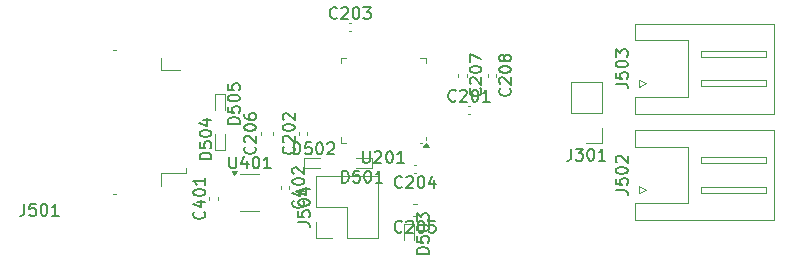
<source format=gbr>
%TF.GenerationSoftware,KiCad,Pcbnew,8.0.3*%
%TF.CreationDate,2024-07-05T22:26:41-07:00*%
%TF.ProjectId,can-opener,63616e2d-6f70-4656-9e65-722e6b696361,rev?*%
%TF.SameCoordinates,Original*%
%TF.FileFunction,Legend,Top*%
%TF.FilePolarity,Positive*%
%FSLAX46Y46*%
G04 Gerber Fmt 4.6, Leading zero omitted, Abs format (unit mm)*
G04 Created by KiCad (PCBNEW 8.0.3) date 2024-07-05 22:26:41*
%MOMM*%
%LPD*%
G01*
G04 APERTURE LIST*
%ADD10C,0.150000*%
%ADD11C,0.120000*%
G04 APERTURE END LIST*
D10*
X103154819Y-88690475D02*
X102154819Y-88690475D01*
X102154819Y-88690475D02*
X102154819Y-88452380D01*
X102154819Y-88452380D02*
X102202438Y-88309523D01*
X102202438Y-88309523D02*
X102297676Y-88214285D01*
X102297676Y-88214285D02*
X102392914Y-88166666D01*
X102392914Y-88166666D02*
X102583390Y-88119047D01*
X102583390Y-88119047D02*
X102726247Y-88119047D01*
X102726247Y-88119047D02*
X102916723Y-88166666D01*
X102916723Y-88166666D02*
X103011961Y-88214285D01*
X103011961Y-88214285D02*
X103107200Y-88309523D01*
X103107200Y-88309523D02*
X103154819Y-88452380D01*
X103154819Y-88452380D02*
X103154819Y-88690475D01*
X102154819Y-87214285D02*
X102154819Y-87690475D01*
X102154819Y-87690475D02*
X102631009Y-87738094D01*
X102631009Y-87738094D02*
X102583390Y-87690475D01*
X102583390Y-87690475D02*
X102535771Y-87595237D01*
X102535771Y-87595237D02*
X102535771Y-87357142D01*
X102535771Y-87357142D02*
X102583390Y-87261904D01*
X102583390Y-87261904D02*
X102631009Y-87214285D01*
X102631009Y-87214285D02*
X102726247Y-87166666D01*
X102726247Y-87166666D02*
X102964342Y-87166666D01*
X102964342Y-87166666D02*
X103059580Y-87214285D01*
X103059580Y-87214285D02*
X103107200Y-87261904D01*
X103107200Y-87261904D02*
X103154819Y-87357142D01*
X103154819Y-87357142D02*
X103154819Y-87595237D01*
X103154819Y-87595237D02*
X103107200Y-87690475D01*
X103107200Y-87690475D02*
X103059580Y-87738094D01*
X102154819Y-86547618D02*
X102154819Y-86452380D01*
X102154819Y-86452380D02*
X102202438Y-86357142D01*
X102202438Y-86357142D02*
X102250057Y-86309523D01*
X102250057Y-86309523D02*
X102345295Y-86261904D01*
X102345295Y-86261904D02*
X102535771Y-86214285D01*
X102535771Y-86214285D02*
X102773866Y-86214285D01*
X102773866Y-86214285D02*
X102964342Y-86261904D01*
X102964342Y-86261904D02*
X103059580Y-86309523D01*
X103059580Y-86309523D02*
X103107200Y-86357142D01*
X103107200Y-86357142D02*
X103154819Y-86452380D01*
X103154819Y-86452380D02*
X103154819Y-86547618D01*
X103154819Y-86547618D02*
X103107200Y-86642856D01*
X103107200Y-86642856D02*
X103059580Y-86690475D01*
X103059580Y-86690475D02*
X102964342Y-86738094D01*
X102964342Y-86738094D02*
X102773866Y-86785713D01*
X102773866Y-86785713D02*
X102535771Y-86785713D01*
X102535771Y-86785713D02*
X102345295Y-86738094D01*
X102345295Y-86738094D02*
X102250057Y-86690475D01*
X102250057Y-86690475D02*
X102202438Y-86642856D01*
X102202438Y-86642856D02*
X102154819Y-86547618D01*
X102154819Y-85309523D02*
X102154819Y-85785713D01*
X102154819Y-85785713D02*
X102631009Y-85833332D01*
X102631009Y-85833332D02*
X102583390Y-85785713D01*
X102583390Y-85785713D02*
X102535771Y-85690475D01*
X102535771Y-85690475D02*
X102535771Y-85452380D01*
X102535771Y-85452380D02*
X102583390Y-85357142D01*
X102583390Y-85357142D02*
X102631009Y-85309523D01*
X102631009Y-85309523D02*
X102726247Y-85261904D01*
X102726247Y-85261904D02*
X102964342Y-85261904D01*
X102964342Y-85261904D02*
X103059580Y-85309523D01*
X103059580Y-85309523D02*
X103107200Y-85357142D01*
X103107200Y-85357142D02*
X103154819Y-85452380D01*
X103154819Y-85452380D02*
X103154819Y-85690475D01*
X103154819Y-85690475D02*
X103107200Y-85785713D01*
X103107200Y-85785713D02*
X103059580Y-85833332D01*
X100754819Y-91690475D02*
X99754819Y-91690475D01*
X99754819Y-91690475D02*
X99754819Y-91452380D01*
X99754819Y-91452380D02*
X99802438Y-91309523D01*
X99802438Y-91309523D02*
X99897676Y-91214285D01*
X99897676Y-91214285D02*
X99992914Y-91166666D01*
X99992914Y-91166666D02*
X100183390Y-91119047D01*
X100183390Y-91119047D02*
X100326247Y-91119047D01*
X100326247Y-91119047D02*
X100516723Y-91166666D01*
X100516723Y-91166666D02*
X100611961Y-91214285D01*
X100611961Y-91214285D02*
X100707200Y-91309523D01*
X100707200Y-91309523D02*
X100754819Y-91452380D01*
X100754819Y-91452380D02*
X100754819Y-91690475D01*
X99754819Y-90214285D02*
X99754819Y-90690475D01*
X99754819Y-90690475D02*
X100231009Y-90738094D01*
X100231009Y-90738094D02*
X100183390Y-90690475D01*
X100183390Y-90690475D02*
X100135771Y-90595237D01*
X100135771Y-90595237D02*
X100135771Y-90357142D01*
X100135771Y-90357142D02*
X100183390Y-90261904D01*
X100183390Y-90261904D02*
X100231009Y-90214285D01*
X100231009Y-90214285D02*
X100326247Y-90166666D01*
X100326247Y-90166666D02*
X100564342Y-90166666D01*
X100564342Y-90166666D02*
X100659580Y-90214285D01*
X100659580Y-90214285D02*
X100707200Y-90261904D01*
X100707200Y-90261904D02*
X100754819Y-90357142D01*
X100754819Y-90357142D02*
X100754819Y-90595237D01*
X100754819Y-90595237D02*
X100707200Y-90690475D01*
X100707200Y-90690475D02*
X100659580Y-90738094D01*
X99754819Y-89547618D02*
X99754819Y-89452380D01*
X99754819Y-89452380D02*
X99802438Y-89357142D01*
X99802438Y-89357142D02*
X99850057Y-89309523D01*
X99850057Y-89309523D02*
X99945295Y-89261904D01*
X99945295Y-89261904D02*
X100135771Y-89214285D01*
X100135771Y-89214285D02*
X100373866Y-89214285D01*
X100373866Y-89214285D02*
X100564342Y-89261904D01*
X100564342Y-89261904D02*
X100659580Y-89309523D01*
X100659580Y-89309523D02*
X100707200Y-89357142D01*
X100707200Y-89357142D02*
X100754819Y-89452380D01*
X100754819Y-89452380D02*
X100754819Y-89547618D01*
X100754819Y-89547618D02*
X100707200Y-89642856D01*
X100707200Y-89642856D02*
X100659580Y-89690475D01*
X100659580Y-89690475D02*
X100564342Y-89738094D01*
X100564342Y-89738094D02*
X100373866Y-89785713D01*
X100373866Y-89785713D02*
X100135771Y-89785713D01*
X100135771Y-89785713D02*
X99945295Y-89738094D01*
X99945295Y-89738094D02*
X99850057Y-89690475D01*
X99850057Y-89690475D02*
X99802438Y-89642856D01*
X99802438Y-89642856D02*
X99754819Y-89547618D01*
X100088152Y-88357142D02*
X100754819Y-88357142D01*
X99707200Y-88595237D02*
X100421485Y-88833332D01*
X100421485Y-88833332D02*
X100421485Y-88214285D01*
X131214285Y-90784819D02*
X131214285Y-91499104D01*
X131214285Y-91499104D02*
X131166666Y-91641961D01*
X131166666Y-91641961D02*
X131071428Y-91737200D01*
X131071428Y-91737200D02*
X130928571Y-91784819D01*
X130928571Y-91784819D02*
X130833333Y-91784819D01*
X131595238Y-90784819D02*
X132214285Y-90784819D01*
X132214285Y-90784819D02*
X131880952Y-91165771D01*
X131880952Y-91165771D02*
X132023809Y-91165771D01*
X132023809Y-91165771D02*
X132119047Y-91213390D01*
X132119047Y-91213390D02*
X132166666Y-91261009D01*
X132166666Y-91261009D02*
X132214285Y-91356247D01*
X132214285Y-91356247D02*
X132214285Y-91594342D01*
X132214285Y-91594342D02*
X132166666Y-91689580D01*
X132166666Y-91689580D02*
X132119047Y-91737200D01*
X132119047Y-91737200D02*
X132023809Y-91784819D01*
X132023809Y-91784819D02*
X131738095Y-91784819D01*
X131738095Y-91784819D02*
X131642857Y-91737200D01*
X131642857Y-91737200D02*
X131595238Y-91689580D01*
X132833333Y-90784819D02*
X132928571Y-90784819D01*
X132928571Y-90784819D02*
X133023809Y-90832438D01*
X133023809Y-90832438D02*
X133071428Y-90880057D01*
X133071428Y-90880057D02*
X133119047Y-90975295D01*
X133119047Y-90975295D02*
X133166666Y-91165771D01*
X133166666Y-91165771D02*
X133166666Y-91403866D01*
X133166666Y-91403866D02*
X133119047Y-91594342D01*
X133119047Y-91594342D02*
X133071428Y-91689580D01*
X133071428Y-91689580D02*
X133023809Y-91737200D01*
X133023809Y-91737200D02*
X132928571Y-91784819D01*
X132928571Y-91784819D02*
X132833333Y-91784819D01*
X132833333Y-91784819D02*
X132738095Y-91737200D01*
X132738095Y-91737200D02*
X132690476Y-91689580D01*
X132690476Y-91689580D02*
X132642857Y-91594342D01*
X132642857Y-91594342D02*
X132595238Y-91403866D01*
X132595238Y-91403866D02*
X132595238Y-91165771D01*
X132595238Y-91165771D02*
X132642857Y-90975295D01*
X132642857Y-90975295D02*
X132690476Y-90880057D01*
X132690476Y-90880057D02*
X132738095Y-90832438D01*
X132738095Y-90832438D02*
X132833333Y-90784819D01*
X134119047Y-91784819D02*
X133547619Y-91784819D01*
X133833333Y-91784819D02*
X133833333Y-90784819D01*
X133833333Y-90784819D02*
X133738095Y-90927676D01*
X133738095Y-90927676D02*
X133642857Y-91022914D01*
X133642857Y-91022914D02*
X133547619Y-91070533D01*
X102285714Y-91454819D02*
X102285714Y-92264342D01*
X102285714Y-92264342D02*
X102333333Y-92359580D01*
X102333333Y-92359580D02*
X102380952Y-92407200D01*
X102380952Y-92407200D02*
X102476190Y-92454819D01*
X102476190Y-92454819D02*
X102666666Y-92454819D01*
X102666666Y-92454819D02*
X102761904Y-92407200D01*
X102761904Y-92407200D02*
X102809523Y-92359580D01*
X102809523Y-92359580D02*
X102857142Y-92264342D01*
X102857142Y-92264342D02*
X102857142Y-91454819D01*
X103761904Y-91788152D02*
X103761904Y-92454819D01*
X103523809Y-91407200D02*
X103285714Y-92121485D01*
X103285714Y-92121485D02*
X103904761Y-92121485D01*
X104476190Y-91454819D02*
X104571428Y-91454819D01*
X104571428Y-91454819D02*
X104666666Y-91502438D01*
X104666666Y-91502438D02*
X104714285Y-91550057D01*
X104714285Y-91550057D02*
X104761904Y-91645295D01*
X104761904Y-91645295D02*
X104809523Y-91835771D01*
X104809523Y-91835771D02*
X104809523Y-92073866D01*
X104809523Y-92073866D02*
X104761904Y-92264342D01*
X104761904Y-92264342D02*
X104714285Y-92359580D01*
X104714285Y-92359580D02*
X104666666Y-92407200D01*
X104666666Y-92407200D02*
X104571428Y-92454819D01*
X104571428Y-92454819D02*
X104476190Y-92454819D01*
X104476190Y-92454819D02*
X104380952Y-92407200D01*
X104380952Y-92407200D02*
X104333333Y-92359580D01*
X104333333Y-92359580D02*
X104285714Y-92264342D01*
X104285714Y-92264342D02*
X104238095Y-92073866D01*
X104238095Y-92073866D02*
X104238095Y-91835771D01*
X104238095Y-91835771D02*
X104285714Y-91645295D01*
X104285714Y-91645295D02*
X104333333Y-91550057D01*
X104333333Y-91550057D02*
X104380952Y-91502438D01*
X104380952Y-91502438D02*
X104476190Y-91454819D01*
X105761904Y-92454819D02*
X105190476Y-92454819D01*
X105476190Y-92454819D02*
X105476190Y-91454819D01*
X105476190Y-91454819D02*
X105380952Y-91597676D01*
X105380952Y-91597676D02*
X105285714Y-91692914D01*
X105285714Y-91692914D02*
X105190476Y-91740533D01*
X113585714Y-90984819D02*
X113585714Y-91794342D01*
X113585714Y-91794342D02*
X113633333Y-91889580D01*
X113633333Y-91889580D02*
X113680952Y-91937200D01*
X113680952Y-91937200D02*
X113776190Y-91984819D01*
X113776190Y-91984819D02*
X113966666Y-91984819D01*
X113966666Y-91984819D02*
X114061904Y-91937200D01*
X114061904Y-91937200D02*
X114109523Y-91889580D01*
X114109523Y-91889580D02*
X114157142Y-91794342D01*
X114157142Y-91794342D02*
X114157142Y-90984819D01*
X114585714Y-91080057D02*
X114633333Y-91032438D01*
X114633333Y-91032438D02*
X114728571Y-90984819D01*
X114728571Y-90984819D02*
X114966666Y-90984819D01*
X114966666Y-90984819D02*
X115061904Y-91032438D01*
X115061904Y-91032438D02*
X115109523Y-91080057D01*
X115109523Y-91080057D02*
X115157142Y-91175295D01*
X115157142Y-91175295D02*
X115157142Y-91270533D01*
X115157142Y-91270533D02*
X115109523Y-91413390D01*
X115109523Y-91413390D02*
X114538095Y-91984819D01*
X114538095Y-91984819D02*
X115157142Y-91984819D01*
X115776190Y-90984819D02*
X115871428Y-90984819D01*
X115871428Y-90984819D02*
X115966666Y-91032438D01*
X115966666Y-91032438D02*
X116014285Y-91080057D01*
X116014285Y-91080057D02*
X116061904Y-91175295D01*
X116061904Y-91175295D02*
X116109523Y-91365771D01*
X116109523Y-91365771D02*
X116109523Y-91603866D01*
X116109523Y-91603866D02*
X116061904Y-91794342D01*
X116061904Y-91794342D02*
X116014285Y-91889580D01*
X116014285Y-91889580D02*
X115966666Y-91937200D01*
X115966666Y-91937200D02*
X115871428Y-91984819D01*
X115871428Y-91984819D02*
X115776190Y-91984819D01*
X115776190Y-91984819D02*
X115680952Y-91937200D01*
X115680952Y-91937200D02*
X115633333Y-91889580D01*
X115633333Y-91889580D02*
X115585714Y-91794342D01*
X115585714Y-91794342D02*
X115538095Y-91603866D01*
X115538095Y-91603866D02*
X115538095Y-91365771D01*
X115538095Y-91365771D02*
X115585714Y-91175295D01*
X115585714Y-91175295D02*
X115633333Y-91080057D01*
X115633333Y-91080057D02*
X115680952Y-91032438D01*
X115680952Y-91032438D02*
X115776190Y-90984819D01*
X117061904Y-91984819D02*
X116490476Y-91984819D01*
X116776190Y-91984819D02*
X116776190Y-90984819D01*
X116776190Y-90984819D02*
X116680952Y-91127676D01*
X116680952Y-91127676D02*
X116585714Y-91222914D01*
X116585714Y-91222914D02*
X116490476Y-91270533D01*
X108084819Y-97015714D02*
X108799104Y-97015714D01*
X108799104Y-97015714D02*
X108941961Y-97063333D01*
X108941961Y-97063333D02*
X109037200Y-97158571D01*
X109037200Y-97158571D02*
X109084819Y-97301428D01*
X109084819Y-97301428D02*
X109084819Y-97396666D01*
X108084819Y-96063333D02*
X108084819Y-96539523D01*
X108084819Y-96539523D02*
X108561009Y-96587142D01*
X108561009Y-96587142D02*
X108513390Y-96539523D01*
X108513390Y-96539523D02*
X108465771Y-96444285D01*
X108465771Y-96444285D02*
X108465771Y-96206190D01*
X108465771Y-96206190D02*
X108513390Y-96110952D01*
X108513390Y-96110952D02*
X108561009Y-96063333D01*
X108561009Y-96063333D02*
X108656247Y-96015714D01*
X108656247Y-96015714D02*
X108894342Y-96015714D01*
X108894342Y-96015714D02*
X108989580Y-96063333D01*
X108989580Y-96063333D02*
X109037200Y-96110952D01*
X109037200Y-96110952D02*
X109084819Y-96206190D01*
X109084819Y-96206190D02*
X109084819Y-96444285D01*
X109084819Y-96444285D02*
X109037200Y-96539523D01*
X109037200Y-96539523D02*
X108989580Y-96587142D01*
X108084819Y-95396666D02*
X108084819Y-95301428D01*
X108084819Y-95301428D02*
X108132438Y-95206190D01*
X108132438Y-95206190D02*
X108180057Y-95158571D01*
X108180057Y-95158571D02*
X108275295Y-95110952D01*
X108275295Y-95110952D02*
X108465771Y-95063333D01*
X108465771Y-95063333D02*
X108703866Y-95063333D01*
X108703866Y-95063333D02*
X108894342Y-95110952D01*
X108894342Y-95110952D02*
X108989580Y-95158571D01*
X108989580Y-95158571D02*
X109037200Y-95206190D01*
X109037200Y-95206190D02*
X109084819Y-95301428D01*
X109084819Y-95301428D02*
X109084819Y-95396666D01*
X109084819Y-95396666D02*
X109037200Y-95491904D01*
X109037200Y-95491904D02*
X108989580Y-95539523D01*
X108989580Y-95539523D02*
X108894342Y-95587142D01*
X108894342Y-95587142D02*
X108703866Y-95634761D01*
X108703866Y-95634761D02*
X108465771Y-95634761D01*
X108465771Y-95634761D02*
X108275295Y-95587142D01*
X108275295Y-95587142D02*
X108180057Y-95539523D01*
X108180057Y-95539523D02*
X108132438Y-95491904D01*
X108132438Y-95491904D02*
X108084819Y-95396666D01*
X108418152Y-94206190D02*
X109084819Y-94206190D01*
X108037200Y-94444285D02*
X108751485Y-94682380D01*
X108751485Y-94682380D02*
X108751485Y-94063333D01*
X135004819Y-85285714D02*
X135719104Y-85285714D01*
X135719104Y-85285714D02*
X135861961Y-85333333D01*
X135861961Y-85333333D02*
X135957200Y-85428571D01*
X135957200Y-85428571D02*
X136004819Y-85571428D01*
X136004819Y-85571428D02*
X136004819Y-85666666D01*
X135004819Y-84333333D02*
X135004819Y-84809523D01*
X135004819Y-84809523D02*
X135481009Y-84857142D01*
X135481009Y-84857142D02*
X135433390Y-84809523D01*
X135433390Y-84809523D02*
X135385771Y-84714285D01*
X135385771Y-84714285D02*
X135385771Y-84476190D01*
X135385771Y-84476190D02*
X135433390Y-84380952D01*
X135433390Y-84380952D02*
X135481009Y-84333333D01*
X135481009Y-84333333D02*
X135576247Y-84285714D01*
X135576247Y-84285714D02*
X135814342Y-84285714D01*
X135814342Y-84285714D02*
X135909580Y-84333333D01*
X135909580Y-84333333D02*
X135957200Y-84380952D01*
X135957200Y-84380952D02*
X136004819Y-84476190D01*
X136004819Y-84476190D02*
X136004819Y-84714285D01*
X136004819Y-84714285D02*
X135957200Y-84809523D01*
X135957200Y-84809523D02*
X135909580Y-84857142D01*
X135004819Y-83666666D02*
X135004819Y-83571428D01*
X135004819Y-83571428D02*
X135052438Y-83476190D01*
X135052438Y-83476190D02*
X135100057Y-83428571D01*
X135100057Y-83428571D02*
X135195295Y-83380952D01*
X135195295Y-83380952D02*
X135385771Y-83333333D01*
X135385771Y-83333333D02*
X135623866Y-83333333D01*
X135623866Y-83333333D02*
X135814342Y-83380952D01*
X135814342Y-83380952D02*
X135909580Y-83428571D01*
X135909580Y-83428571D02*
X135957200Y-83476190D01*
X135957200Y-83476190D02*
X136004819Y-83571428D01*
X136004819Y-83571428D02*
X136004819Y-83666666D01*
X136004819Y-83666666D02*
X135957200Y-83761904D01*
X135957200Y-83761904D02*
X135909580Y-83809523D01*
X135909580Y-83809523D02*
X135814342Y-83857142D01*
X135814342Y-83857142D02*
X135623866Y-83904761D01*
X135623866Y-83904761D02*
X135385771Y-83904761D01*
X135385771Y-83904761D02*
X135195295Y-83857142D01*
X135195295Y-83857142D02*
X135100057Y-83809523D01*
X135100057Y-83809523D02*
X135052438Y-83761904D01*
X135052438Y-83761904D02*
X135004819Y-83666666D01*
X135004819Y-82999999D02*
X135004819Y-82380952D01*
X135004819Y-82380952D02*
X135385771Y-82714285D01*
X135385771Y-82714285D02*
X135385771Y-82571428D01*
X135385771Y-82571428D02*
X135433390Y-82476190D01*
X135433390Y-82476190D02*
X135481009Y-82428571D01*
X135481009Y-82428571D02*
X135576247Y-82380952D01*
X135576247Y-82380952D02*
X135814342Y-82380952D01*
X135814342Y-82380952D02*
X135909580Y-82428571D01*
X135909580Y-82428571D02*
X135957200Y-82476190D01*
X135957200Y-82476190D02*
X136004819Y-82571428D01*
X136004819Y-82571428D02*
X136004819Y-82857142D01*
X136004819Y-82857142D02*
X135957200Y-82952380D01*
X135957200Y-82952380D02*
X135909580Y-82999999D01*
X135004819Y-94285714D02*
X135719104Y-94285714D01*
X135719104Y-94285714D02*
X135861961Y-94333333D01*
X135861961Y-94333333D02*
X135957200Y-94428571D01*
X135957200Y-94428571D02*
X136004819Y-94571428D01*
X136004819Y-94571428D02*
X136004819Y-94666666D01*
X135004819Y-93333333D02*
X135004819Y-93809523D01*
X135004819Y-93809523D02*
X135481009Y-93857142D01*
X135481009Y-93857142D02*
X135433390Y-93809523D01*
X135433390Y-93809523D02*
X135385771Y-93714285D01*
X135385771Y-93714285D02*
X135385771Y-93476190D01*
X135385771Y-93476190D02*
X135433390Y-93380952D01*
X135433390Y-93380952D02*
X135481009Y-93333333D01*
X135481009Y-93333333D02*
X135576247Y-93285714D01*
X135576247Y-93285714D02*
X135814342Y-93285714D01*
X135814342Y-93285714D02*
X135909580Y-93333333D01*
X135909580Y-93333333D02*
X135957200Y-93380952D01*
X135957200Y-93380952D02*
X136004819Y-93476190D01*
X136004819Y-93476190D02*
X136004819Y-93714285D01*
X136004819Y-93714285D02*
X135957200Y-93809523D01*
X135957200Y-93809523D02*
X135909580Y-93857142D01*
X135004819Y-92666666D02*
X135004819Y-92571428D01*
X135004819Y-92571428D02*
X135052438Y-92476190D01*
X135052438Y-92476190D02*
X135100057Y-92428571D01*
X135100057Y-92428571D02*
X135195295Y-92380952D01*
X135195295Y-92380952D02*
X135385771Y-92333333D01*
X135385771Y-92333333D02*
X135623866Y-92333333D01*
X135623866Y-92333333D02*
X135814342Y-92380952D01*
X135814342Y-92380952D02*
X135909580Y-92428571D01*
X135909580Y-92428571D02*
X135957200Y-92476190D01*
X135957200Y-92476190D02*
X136004819Y-92571428D01*
X136004819Y-92571428D02*
X136004819Y-92666666D01*
X136004819Y-92666666D02*
X135957200Y-92761904D01*
X135957200Y-92761904D02*
X135909580Y-92809523D01*
X135909580Y-92809523D02*
X135814342Y-92857142D01*
X135814342Y-92857142D02*
X135623866Y-92904761D01*
X135623866Y-92904761D02*
X135385771Y-92904761D01*
X135385771Y-92904761D02*
X135195295Y-92857142D01*
X135195295Y-92857142D02*
X135100057Y-92809523D01*
X135100057Y-92809523D02*
X135052438Y-92761904D01*
X135052438Y-92761904D02*
X135004819Y-92666666D01*
X135100057Y-91952380D02*
X135052438Y-91904761D01*
X135052438Y-91904761D02*
X135004819Y-91809523D01*
X135004819Y-91809523D02*
X135004819Y-91571428D01*
X135004819Y-91571428D02*
X135052438Y-91476190D01*
X135052438Y-91476190D02*
X135100057Y-91428571D01*
X135100057Y-91428571D02*
X135195295Y-91380952D01*
X135195295Y-91380952D02*
X135290533Y-91380952D01*
X135290533Y-91380952D02*
X135433390Y-91428571D01*
X135433390Y-91428571D02*
X136004819Y-91999999D01*
X136004819Y-91999999D02*
X136004819Y-91380952D01*
X84914285Y-95454819D02*
X84914285Y-96169104D01*
X84914285Y-96169104D02*
X84866666Y-96311961D01*
X84866666Y-96311961D02*
X84771428Y-96407200D01*
X84771428Y-96407200D02*
X84628571Y-96454819D01*
X84628571Y-96454819D02*
X84533333Y-96454819D01*
X85866666Y-95454819D02*
X85390476Y-95454819D01*
X85390476Y-95454819D02*
X85342857Y-95931009D01*
X85342857Y-95931009D02*
X85390476Y-95883390D01*
X85390476Y-95883390D02*
X85485714Y-95835771D01*
X85485714Y-95835771D02*
X85723809Y-95835771D01*
X85723809Y-95835771D02*
X85819047Y-95883390D01*
X85819047Y-95883390D02*
X85866666Y-95931009D01*
X85866666Y-95931009D02*
X85914285Y-96026247D01*
X85914285Y-96026247D02*
X85914285Y-96264342D01*
X85914285Y-96264342D02*
X85866666Y-96359580D01*
X85866666Y-96359580D02*
X85819047Y-96407200D01*
X85819047Y-96407200D02*
X85723809Y-96454819D01*
X85723809Y-96454819D02*
X85485714Y-96454819D01*
X85485714Y-96454819D02*
X85390476Y-96407200D01*
X85390476Y-96407200D02*
X85342857Y-96359580D01*
X86533333Y-95454819D02*
X86628571Y-95454819D01*
X86628571Y-95454819D02*
X86723809Y-95502438D01*
X86723809Y-95502438D02*
X86771428Y-95550057D01*
X86771428Y-95550057D02*
X86819047Y-95645295D01*
X86819047Y-95645295D02*
X86866666Y-95835771D01*
X86866666Y-95835771D02*
X86866666Y-96073866D01*
X86866666Y-96073866D02*
X86819047Y-96264342D01*
X86819047Y-96264342D02*
X86771428Y-96359580D01*
X86771428Y-96359580D02*
X86723809Y-96407200D01*
X86723809Y-96407200D02*
X86628571Y-96454819D01*
X86628571Y-96454819D02*
X86533333Y-96454819D01*
X86533333Y-96454819D02*
X86438095Y-96407200D01*
X86438095Y-96407200D02*
X86390476Y-96359580D01*
X86390476Y-96359580D02*
X86342857Y-96264342D01*
X86342857Y-96264342D02*
X86295238Y-96073866D01*
X86295238Y-96073866D02*
X86295238Y-95835771D01*
X86295238Y-95835771D02*
X86342857Y-95645295D01*
X86342857Y-95645295D02*
X86390476Y-95550057D01*
X86390476Y-95550057D02*
X86438095Y-95502438D01*
X86438095Y-95502438D02*
X86533333Y-95454819D01*
X87819047Y-96454819D02*
X87247619Y-96454819D01*
X87533333Y-96454819D02*
X87533333Y-95454819D01*
X87533333Y-95454819D02*
X87438095Y-95597676D01*
X87438095Y-95597676D02*
X87342857Y-95692914D01*
X87342857Y-95692914D02*
X87247619Y-95740533D01*
X119154819Y-99690475D02*
X118154819Y-99690475D01*
X118154819Y-99690475D02*
X118154819Y-99452380D01*
X118154819Y-99452380D02*
X118202438Y-99309523D01*
X118202438Y-99309523D02*
X118297676Y-99214285D01*
X118297676Y-99214285D02*
X118392914Y-99166666D01*
X118392914Y-99166666D02*
X118583390Y-99119047D01*
X118583390Y-99119047D02*
X118726247Y-99119047D01*
X118726247Y-99119047D02*
X118916723Y-99166666D01*
X118916723Y-99166666D02*
X119011961Y-99214285D01*
X119011961Y-99214285D02*
X119107200Y-99309523D01*
X119107200Y-99309523D02*
X119154819Y-99452380D01*
X119154819Y-99452380D02*
X119154819Y-99690475D01*
X118154819Y-98214285D02*
X118154819Y-98690475D01*
X118154819Y-98690475D02*
X118631009Y-98738094D01*
X118631009Y-98738094D02*
X118583390Y-98690475D01*
X118583390Y-98690475D02*
X118535771Y-98595237D01*
X118535771Y-98595237D02*
X118535771Y-98357142D01*
X118535771Y-98357142D02*
X118583390Y-98261904D01*
X118583390Y-98261904D02*
X118631009Y-98214285D01*
X118631009Y-98214285D02*
X118726247Y-98166666D01*
X118726247Y-98166666D02*
X118964342Y-98166666D01*
X118964342Y-98166666D02*
X119059580Y-98214285D01*
X119059580Y-98214285D02*
X119107200Y-98261904D01*
X119107200Y-98261904D02*
X119154819Y-98357142D01*
X119154819Y-98357142D02*
X119154819Y-98595237D01*
X119154819Y-98595237D02*
X119107200Y-98690475D01*
X119107200Y-98690475D02*
X119059580Y-98738094D01*
X118154819Y-97547618D02*
X118154819Y-97452380D01*
X118154819Y-97452380D02*
X118202438Y-97357142D01*
X118202438Y-97357142D02*
X118250057Y-97309523D01*
X118250057Y-97309523D02*
X118345295Y-97261904D01*
X118345295Y-97261904D02*
X118535771Y-97214285D01*
X118535771Y-97214285D02*
X118773866Y-97214285D01*
X118773866Y-97214285D02*
X118964342Y-97261904D01*
X118964342Y-97261904D02*
X119059580Y-97309523D01*
X119059580Y-97309523D02*
X119107200Y-97357142D01*
X119107200Y-97357142D02*
X119154819Y-97452380D01*
X119154819Y-97452380D02*
X119154819Y-97547618D01*
X119154819Y-97547618D02*
X119107200Y-97642856D01*
X119107200Y-97642856D02*
X119059580Y-97690475D01*
X119059580Y-97690475D02*
X118964342Y-97738094D01*
X118964342Y-97738094D02*
X118773866Y-97785713D01*
X118773866Y-97785713D02*
X118535771Y-97785713D01*
X118535771Y-97785713D02*
X118345295Y-97738094D01*
X118345295Y-97738094D02*
X118250057Y-97690475D01*
X118250057Y-97690475D02*
X118202438Y-97642856D01*
X118202438Y-97642856D02*
X118154819Y-97547618D01*
X118154819Y-96880951D02*
X118154819Y-96261904D01*
X118154819Y-96261904D02*
X118535771Y-96595237D01*
X118535771Y-96595237D02*
X118535771Y-96452380D01*
X118535771Y-96452380D02*
X118583390Y-96357142D01*
X118583390Y-96357142D02*
X118631009Y-96309523D01*
X118631009Y-96309523D02*
X118726247Y-96261904D01*
X118726247Y-96261904D02*
X118964342Y-96261904D01*
X118964342Y-96261904D02*
X119059580Y-96309523D01*
X119059580Y-96309523D02*
X119107200Y-96357142D01*
X119107200Y-96357142D02*
X119154819Y-96452380D01*
X119154819Y-96452380D02*
X119154819Y-96738094D01*
X119154819Y-96738094D02*
X119107200Y-96833332D01*
X119107200Y-96833332D02*
X119059580Y-96880951D01*
X107729524Y-91254819D02*
X107729524Y-90254819D01*
X107729524Y-90254819D02*
X107967619Y-90254819D01*
X107967619Y-90254819D02*
X108110476Y-90302438D01*
X108110476Y-90302438D02*
X108205714Y-90397676D01*
X108205714Y-90397676D02*
X108253333Y-90492914D01*
X108253333Y-90492914D02*
X108300952Y-90683390D01*
X108300952Y-90683390D02*
X108300952Y-90826247D01*
X108300952Y-90826247D02*
X108253333Y-91016723D01*
X108253333Y-91016723D02*
X108205714Y-91111961D01*
X108205714Y-91111961D02*
X108110476Y-91207200D01*
X108110476Y-91207200D02*
X107967619Y-91254819D01*
X107967619Y-91254819D02*
X107729524Y-91254819D01*
X109205714Y-90254819D02*
X108729524Y-90254819D01*
X108729524Y-90254819D02*
X108681905Y-90731009D01*
X108681905Y-90731009D02*
X108729524Y-90683390D01*
X108729524Y-90683390D02*
X108824762Y-90635771D01*
X108824762Y-90635771D02*
X109062857Y-90635771D01*
X109062857Y-90635771D02*
X109158095Y-90683390D01*
X109158095Y-90683390D02*
X109205714Y-90731009D01*
X109205714Y-90731009D02*
X109253333Y-90826247D01*
X109253333Y-90826247D02*
X109253333Y-91064342D01*
X109253333Y-91064342D02*
X109205714Y-91159580D01*
X109205714Y-91159580D02*
X109158095Y-91207200D01*
X109158095Y-91207200D02*
X109062857Y-91254819D01*
X109062857Y-91254819D02*
X108824762Y-91254819D01*
X108824762Y-91254819D02*
X108729524Y-91207200D01*
X108729524Y-91207200D02*
X108681905Y-91159580D01*
X109872381Y-90254819D02*
X109967619Y-90254819D01*
X109967619Y-90254819D02*
X110062857Y-90302438D01*
X110062857Y-90302438D02*
X110110476Y-90350057D01*
X110110476Y-90350057D02*
X110158095Y-90445295D01*
X110158095Y-90445295D02*
X110205714Y-90635771D01*
X110205714Y-90635771D02*
X110205714Y-90873866D01*
X110205714Y-90873866D02*
X110158095Y-91064342D01*
X110158095Y-91064342D02*
X110110476Y-91159580D01*
X110110476Y-91159580D02*
X110062857Y-91207200D01*
X110062857Y-91207200D02*
X109967619Y-91254819D01*
X109967619Y-91254819D02*
X109872381Y-91254819D01*
X109872381Y-91254819D02*
X109777143Y-91207200D01*
X109777143Y-91207200D02*
X109729524Y-91159580D01*
X109729524Y-91159580D02*
X109681905Y-91064342D01*
X109681905Y-91064342D02*
X109634286Y-90873866D01*
X109634286Y-90873866D02*
X109634286Y-90635771D01*
X109634286Y-90635771D02*
X109681905Y-90445295D01*
X109681905Y-90445295D02*
X109729524Y-90350057D01*
X109729524Y-90350057D02*
X109777143Y-90302438D01*
X109777143Y-90302438D02*
X109872381Y-90254819D01*
X110586667Y-90350057D02*
X110634286Y-90302438D01*
X110634286Y-90302438D02*
X110729524Y-90254819D01*
X110729524Y-90254819D02*
X110967619Y-90254819D01*
X110967619Y-90254819D02*
X111062857Y-90302438D01*
X111062857Y-90302438D02*
X111110476Y-90350057D01*
X111110476Y-90350057D02*
X111158095Y-90445295D01*
X111158095Y-90445295D02*
X111158095Y-90540533D01*
X111158095Y-90540533D02*
X111110476Y-90683390D01*
X111110476Y-90683390D02*
X110539048Y-91254819D01*
X110539048Y-91254819D02*
X111158095Y-91254819D01*
X111809524Y-93654819D02*
X111809524Y-92654819D01*
X111809524Y-92654819D02*
X112047619Y-92654819D01*
X112047619Y-92654819D02*
X112190476Y-92702438D01*
X112190476Y-92702438D02*
X112285714Y-92797676D01*
X112285714Y-92797676D02*
X112333333Y-92892914D01*
X112333333Y-92892914D02*
X112380952Y-93083390D01*
X112380952Y-93083390D02*
X112380952Y-93226247D01*
X112380952Y-93226247D02*
X112333333Y-93416723D01*
X112333333Y-93416723D02*
X112285714Y-93511961D01*
X112285714Y-93511961D02*
X112190476Y-93607200D01*
X112190476Y-93607200D02*
X112047619Y-93654819D01*
X112047619Y-93654819D02*
X111809524Y-93654819D01*
X113285714Y-92654819D02*
X112809524Y-92654819D01*
X112809524Y-92654819D02*
X112761905Y-93131009D01*
X112761905Y-93131009D02*
X112809524Y-93083390D01*
X112809524Y-93083390D02*
X112904762Y-93035771D01*
X112904762Y-93035771D02*
X113142857Y-93035771D01*
X113142857Y-93035771D02*
X113238095Y-93083390D01*
X113238095Y-93083390D02*
X113285714Y-93131009D01*
X113285714Y-93131009D02*
X113333333Y-93226247D01*
X113333333Y-93226247D02*
X113333333Y-93464342D01*
X113333333Y-93464342D02*
X113285714Y-93559580D01*
X113285714Y-93559580D02*
X113238095Y-93607200D01*
X113238095Y-93607200D02*
X113142857Y-93654819D01*
X113142857Y-93654819D02*
X112904762Y-93654819D01*
X112904762Y-93654819D02*
X112809524Y-93607200D01*
X112809524Y-93607200D02*
X112761905Y-93559580D01*
X113952381Y-92654819D02*
X114047619Y-92654819D01*
X114047619Y-92654819D02*
X114142857Y-92702438D01*
X114142857Y-92702438D02*
X114190476Y-92750057D01*
X114190476Y-92750057D02*
X114238095Y-92845295D01*
X114238095Y-92845295D02*
X114285714Y-93035771D01*
X114285714Y-93035771D02*
X114285714Y-93273866D01*
X114285714Y-93273866D02*
X114238095Y-93464342D01*
X114238095Y-93464342D02*
X114190476Y-93559580D01*
X114190476Y-93559580D02*
X114142857Y-93607200D01*
X114142857Y-93607200D02*
X114047619Y-93654819D01*
X114047619Y-93654819D02*
X113952381Y-93654819D01*
X113952381Y-93654819D02*
X113857143Y-93607200D01*
X113857143Y-93607200D02*
X113809524Y-93559580D01*
X113809524Y-93559580D02*
X113761905Y-93464342D01*
X113761905Y-93464342D02*
X113714286Y-93273866D01*
X113714286Y-93273866D02*
X113714286Y-93035771D01*
X113714286Y-93035771D02*
X113761905Y-92845295D01*
X113761905Y-92845295D02*
X113809524Y-92750057D01*
X113809524Y-92750057D02*
X113857143Y-92702438D01*
X113857143Y-92702438D02*
X113952381Y-92654819D01*
X115238095Y-93654819D02*
X114666667Y-93654819D01*
X114952381Y-93654819D02*
X114952381Y-92654819D01*
X114952381Y-92654819D02*
X114857143Y-92797676D01*
X114857143Y-92797676D02*
X114761905Y-92892914D01*
X114761905Y-92892914D02*
X114666667Y-92940533D01*
X108519580Y-95186547D02*
X108567200Y-95234166D01*
X108567200Y-95234166D02*
X108614819Y-95377023D01*
X108614819Y-95377023D02*
X108614819Y-95472261D01*
X108614819Y-95472261D02*
X108567200Y-95615118D01*
X108567200Y-95615118D02*
X108471961Y-95710356D01*
X108471961Y-95710356D02*
X108376723Y-95757975D01*
X108376723Y-95757975D02*
X108186247Y-95805594D01*
X108186247Y-95805594D02*
X108043390Y-95805594D01*
X108043390Y-95805594D02*
X107852914Y-95757975D01*
X107852914Y-95757975D02*
X107757676Y-95710356D01*
X107757676Y-95710356D02*
X107662438Y-95615118D01*
X107662438Y-95615118D02*
X107614819Y-95472261D01*
X107614819Y-95472261D02*
X107614819Y-95377023D01*
X107614819Y-95377023D02*
X107662438Y-95234166D01*
X107662438Y-95234166D02*
X107710057Y-95186547D01*
X107948152Y-94329404D02*
X108614819Y-94329404D01*
X107567200Y-94567499D02*
X108281485Y-94805594D01*
X108281485Y-94805594D02*
X108281485Y-94186547D01*
X107614819Y-93615118D02*
X107614819Y-93519880D01*
X107614819Y-93519880D02*
X107662438Y-93424642D01*
X107662438Y-93424642D02*
X107710057Y-93377023D01*
X107710057Y-93377023D02*
X107805295Y-93329404D01*
X107805295Y-93329404D02*
X107995771Y-93281785D01*
X107995771Y-93281785D02*
X108233866Y-93281785D01*
X108233866Y-93281785D02*
X108424342Y-93329404D01*
X108424342Y-93329404D02*
X108519580Y-93377023D01*
X108519580Y-93377023D02*
X108567200Y-93424642D01*
X108567200Y-93424642D02*
X108614819Y-93519880D01*
X108614819Y-93519880D02*
X108614819Y-93615118D01*
X108614819Y-93615118D02*
X108567200Y-93710356D01*
X108567200Y-93710356D02*
X108519580Y-93757975D01*
X108519580Y-93757975D02*
X108424342Y-93805594D01*
X108424342Y-93805594D02*
X108233866Y-93853213D01*
X108233866Y-93853213D02*
X107995771Y-93853213D01*
X107995771Y-93853213D02*
X107805295Y-93805594D01*
X107805295Y-93805594D02*
X107710057Y-93757975D01*
X107710057Y-93757975D02*
X107662438Y-93710356D01*
X107662438Y-93710356D02*
X107614819Y-93615118D01*
X107710057Y-92900832D02*
X107662438Y-92853213D01*
X107662438Y-92853213D02*
X107614819Y-92757975D01*
X107614819Y-92757975D02*
X107614819Y-92519880D01*
X107614819Y-92519880D02*
X107662438Y-92424642D01*
X107662438Y-92424642D02*
X107710057Y-92377023D01*
X107710057Y-92377023D02*
X107805295Y-92329404D01*
X107805295Y-92329404D02*
X107900533Y-92329404D01*
X107900533Y-92329404D02*
X108043390Y-92377023D01*
X108043390Y-92377023D02*
X108614819Y-92948451D01*
X108614819Y-92948451D02*
X108614819Y-92329404D01*
X100132080Y-96119047D02*
X100179700Y-96166666D01*
X100179700Y-96166666D02*
X100227319Y-96309523D01*
X100227319Y-96309523D02*
X100227319Y-96404761D01*
X100227319Y-96404761D02*
X100179700Y-96547618D01*
X100179700Y-96547618D02*
X100084461Y-96642856D01*
X100084461Y-96642856D02*
X99989223Y-96690475D01*
X99989223Y-96690475D02*
X99798747Y-96738094D01*
X99798747Y-96738094D02*
X99655890Y-96738094D01*
X99655890Y-96738094D02*
X99465414Y-96690475D01*
X99465414Y-96690475D02*
X99370176Y-96642856D01*
X99370176Y-96642856D02*
X99274938Y-96547618D01*
X99274938Y-96547618D02*
X99227319Y-96404761D01*
X99227319Y-96404761D02*
X99227319Y-96309523D01*
X99227319Y-96309523D02*
X99274938Y-96166666D01*
X99274938Y-96166666D02*
X99322557Y-96119047D01*
X99560652Y-95261904D02*
X100227319Y-95261904D01*
X99179700Y-95499999D02*
X99893985Y-95738094D01*
X99893985Y-95738094D02*
X99893985Y-95119047D01*
X99227319Y-94547618D02*
X99227319Y-94452380D01*
X99227319Y-94452380D02*
X99274938Y-94357142D01*
X99274938Y-94357142D02*
X99322557Y-94309523D01*
X99322557Y-94309523D02*
X99417795Y-94261904D01*
X99417795Y-94261904D02*
X99608271Y-94214285D01*
X99608271Y-94214285D02*
X99846366Y-94214285D01*
X99846366Y-94214285D02*
X100036842Y-94261904D01*
X100036842Y-94261904D02*
X100132080Y-94309523D01*
X100132080Y-94309523D02*
X100179700Y-94357142D01*
X100179700Y-94357142D02*
X100227319Y-94452380D01*
X100227319Y-94452380D02*
X100227319Y-94547618D01*
X100227319Y-94547618D02*
X100179700Y-94642856D01*
X100179700Y-94642856D02*
X100132080Y-94690475D01*
X100132080Y-94690475D02*
X100036842Y-94738094D01*
X100036842Y-94738094D02*
X99846366Y-94785713D01*
X99846366Y-94785713D02*
X99608271Y-94785713D01*
X99608271Y-94785713D02*
X99417795Y-94738094D01*
X99417795Y-94738094D02*
X99322557Y-94690475D01*
X99322557Y-94690475D02*
X99274938Y-94642856D01*
X99274938Y-94642856D02*
X99227319Y-94547618D01*
X100227319Y-93261904D02*
X100227319Y-93833332D01*
X100227319Y-93547618D02*
X99227319Y-93547618D01*
X99227319Y-93547618D02*
X99370176Y-93642856D01*
X99370176Y-93642856D02*
X99465414Y-93738094D01*
X99465414Y-93738094D02*
X99513033Y-93833332D01*
X121448452Y-86699580D02*
X121400833Y-86747200D01*
X121400833Y-86747200D02*
X121257976Y-86794819D01*
X121257976Y-86794819D02*
X121162738Y-86794819D01*
X121162738Y-86794819D02*
X121019881Y-86747200D01*
X121019881Y-86747200D02*
X120924643Y-86651961D01*
X120924643Y-86651961D02*
X120877024Y-86556723D01*
X120877024Y-86556723D02*
X120829405Y-86366247D01*
X120829405Y-86366247D02*
X120829405Y-86223390D01*
X120829405Y-86223390D02*
X120877024Y-86032914D01*
X120877024Y-86032914D02*
X120924643Y-85937676D01*
X120924643Y-85937676D02*
X121019881Y-85842438D01*
X121019881Y-85842438D02*
X121162738Y-85794819D01*
X121162738Y-85794819D02*
X121257976Y-85794819D01*
X121257976Y-85794819D02*
X121400833Y-85842438D01*
X121400833Y-85842438D02*
X121448452Y-85890057D01*
X121829405Y-85890057D02*
X121877024Y-85842438D01*
X121877024Y-85842438D02*
X121972262Y-85794819D01*
X121972262Y-85794819D02*
X122210357Y-85794819D01*
X122210357Y-85794819D02*
X122305595Y-85842438D01*
X122305595Y-85842438D02*
X122353214Y-85890057D01*
X122353214Y-85890057D02*
X122400833Y-85985295D01*
X122400833Y-85985295D02*
X122400833Y-86080533D01*
X122400833Y-86080533D02*
X122353214Y-86223390D01*
X122353214Y-86223390D02*
X121781786Y-86794819D01*
X121781786Y-86794819D02*
X122400833Y-86794819D01*
X123019881Y-85794819D02*
X123115119Y-85794819D01*
X123115119Y-85794819D02*
X123210357Y-85842438D01*
X123210357Y-85842438D02*
X123257976Y-85890057D01*
X123257976Y-85890057D02*
X123305595Y-85985295D01*
X123305595Y-85985295D02*
X123353214Y-86175771D01*
X123353214Y-86175771D02*
X123353214Y-86413866D01*
X123353214Y-86413866D02*
X123305595Y-86604342D01*
X123305595Y-86604342D02*
X123257976Y-86699580D01*
X123257976Y-86699580D02*
X123210357Y-86747200D01*
X123210357Y-86747200D02*
X123115119Y-86794819D01*
X123115119Y-86794819D02*
X123019881Y-86794819D01*
X123019881Y-86794819D02*
X122924643Y-86747200D01*
X122924643Y-86747200D02*
X122877024Y-86699580D01*
X122877024Y-86699580D02*
X122829405Y-86604342D01*
X122829405Y-86604342D02*
X122781786Y-86413866D01*
X122781786Y-86413866D02*
X122781786Y-86175771D01*
X122781786Y-86175771D02*
X122829405Y-85985295D01*
X122829405Y-85985295D02*
X122877024Y-85890057D01*
X122877024Y-85890057D02*
X122924643Y-85842438D01*
X122924643Y-85842438D02*
X123019881Y-85794819D01*
X124305595Y-86794819D02*
X123734167Y-86794819D01*
X124019881Y-86794819D02*
X124019881Y-85794819D01*
X124019881Y-85794819D02*
X123924643Y-85937676D01*
X123924643Y-85937676D02*
X123829405Y-86032914D01*
X123829405Y-86032914D02*
X123734167Y-86080533D01*
X126019580Y-85686547D02*
X126067200Y-85734166D01*
X126067200Y-85734166D02*
X126114819Y-85877023D01*
X126114819Y-85877023D02*
X126114819Y-85972261D01*
X126114819Y-85972261D02*
X126067200Y-86115118D01*
X126067200Y-86115118D02*
X125971961Y-86210356D01*
X125971961Y-86210356D02*
X125876723Y-86257975D01*
X125876723Y-86257975D02*
X125686247Y-86305594D01*
X125686247Y-86305594D02*
X125543390Y-86305594D01*
X125543390Y-86305594D02*
X125352914Y-86257975D01*
X125352914Y-86257975D02*
X125257676Y-86210356D01*
X125257676Y-86210356D02*
X125162438Y-86115118D01*
X125162438Y-86115118D02*
X125114819Y-85972261D01*
X125114819Y-85972261D02*
X125114819Y-85877023D01*
X125114819Y-85877023D02*
X125162438Y-85734166D01*
X125162438Y-85734166D02*
X125210057Y-85686547D01*
X125210057Y-85305594D02*
X125162438Y-85257975D01*
X125162438Y-85257975D02*
X125114819Y-85162737D01*
X125114819Y-85162737D02*
X125114819Y-84924642D01*
X125114819Y-84924642D02*
X125162438Y-84829404D01*
X125162438Y-84829404D02*
X125210057Y-84781785D01*
X125210057Y-84781785D02*
X125305295Y-84734166D01*
X125305295Y-84734166D02*
X125400533Y-84734166D01*
X125400533Y-84734166D02*
X125543390Y-84781785D01*
X125543390Y-84781785D02*
X126114819Y-85353213D01*
X126114819Y-85353213D02*
X126114819Y-84734166D01*
X125114819Y-84115118D02*
X125114819Y-84019880D01*
X125114819Y-84019880D02*
X125162438Y-83924642D01*
X125162438Y-83924642D02*
X125210057Y-83877023D01*
X125210057Y-83877023D02*
X125305295Y-83829404D01*
X125305295Y-83829404D02*
X125495771Y-83781785D01*
X125495771Y-83781785D02*
X125733866Y-83781785D01*
X125733866Y-83781785D02*
X125924342Y-83829404D01*
X125924342Y-83829404D02*
X126019580Y-83877023D01*
X126019580Y-83877023D02*
X126067200Y-83924642D01*
X126067200Y-83924642D02*
X126114819Y-84019880D01*
X126114819Y-84019880D02*
X126114819Y-84115118D01*
X126114819Y-84115118D02*
X126067200Y-84210356D01*
X126067200Y-84210356D02*
X126019580Y-84257975D01*
X126019580Y-84257975D02*
X125924342Y-84305594D01*
X125924342Y-84305594D02*
X125733866Y-84353213D01*
X125733866Y-84353213D02*
X125495771Y-84353213D01*
X125495771Y-84353213D02*
X125305295Y-84305594D01*
X125305295Y-84305594D02*
X125210057Y-84257975D01*
X125210057Y-84257975D02*
X125162438Y-84210356D01*
X125162438Y-84210356D02*
X125114819Y-84115118D01*
X125543390Y-83210356D02*
X125495771Y-83305594D01*
X125495771Y-83305594D02*
X125448152Y-83353213D01*
X125448152Y-83353213D02*
X125352914Y-83400832D01*
X125352914Y-83400832D02*
X125305295Y-83400832D01*
X125305295Y-83400832D02*
X125210057Y-83353213D01*
X125210057Y-83353213D02*
X125162438Y-83305594D01*
X125162438Y-83305594D02*
X125114819Y-83210356D01*
X125114819Y-83210356D02*
X125114819Y-83019880D01*
X125114819Y-83019880D02*
X125162438Y-82924642D01*
X125162438Y-82924642D02*
X125210057Y-82877023D01*
X125210057Y-82877023D02*
X125305295Y-82829404D01*
X125305295Y-82829404D02*
X125352914Y-82829404D01*
X125352914Y-82829404D02*
X125448152Y-82877023D01*
X125448152Y-82877023D02*
X125495771Y-82924642D01*
X125495771Y-82924642D02*
X125543390Y-83019880D01*
X125543390Y-83019880D02*
X125543390Y-83210356D01*
X125543390Y-83210356D02*
X125591009Y-83305594D01*
X125591009Y-83305594D02*
X125638628Y-83353213D01*
X125638628Y-83353213D02*
X125733866Y-83400832D01*
X125733866Y-83400832D02*
X125924342Y-83400832D01*
X125924342Y-83400832D02*
X126019580Y-83353213D01*
X126019580Y-83353213D02*
X126067200Y-83305594D01*
X126067200Y-83305594D02*
X126114819Y-83210356D01*
X126114819Y-83210356D02*
X126114819Y-83019880D01*
X126114819Y-83019880D02*
X126067200Y-82924642D01*
X126067200Y-82924642D02*
X126019580Y-82877023D01*
X126019580Y-82877023D02*
X125924342Y-82829404D01*
X125924342Y-82829404D02*
X125733866Y-82829404D01*
X125733866Y-82829404D02*
X125638628Y-82877023D01*
X125638628Y-82877023D02*
X125591009Y-82924642D01*
X125591009Y-82924642D02*
X125543390Y-83019880D01*
X123519580Y-85686547D02*
X123567200Y-85734166D01*
X123567200Y-85734166D02*
X123614819Y-85877023D01*
X123614819Y-85877023D02*
X123614819Y-85972261D01*
X123614819Y-85972261D02*
X123567200Y-86115118D01*
X123567200Y-86115118D02*
X123471961Y-86210356D01*
X123471961Y-86210356D02*
X123376723Y-86257975D01*
X123376723Y-86257975D02*
X123186247Y-86305594D01*
X123186247Y-86305594D02*
X123043390Y-86305594D01*
X123043390Y-86305594D02*
X122852914Y-86257975D01*
X122852914Y-86257975D02*
X122757676Y-86210356D01*
X122757676Y-86210356D02*
X122662438Y-86115118D01*
X122662438Y-86115118D02*
X122614819Y-85972261D01*
X122614819Y-85972261D02*
X122614819Y-85877023D01*
X122614819Y-85877023D02*
X122662438Y-85734166D01*
X122662438Y-85734166D02*
X122710057Y-85686547D01*
X122710057Y-85305594D02*
X122662438Y-85257975D01*
X122662438Y-85257975D02*
X122614819Y-85162737D01*
X122614819Y-85162737D02*
X122614819Y-84924642D01*
X122614819Y-84924642D02*
X122662438Y-84829404D01*
X122662438Y-84829404D02*
X122710057Y-84781785D01*
X122710057Y-84781785D02*
X122805295Y-84734166D01*
X122805295Y-84734166D02*
X122900533Y-84734166D01*
X122900533Y-84734166D02*
X123043390Y-84781785D01*
X123043390Y-84781785D02*
X123614819Y-85353213D01*
X123614819Y-85353213D02*
X123614819Y-84734166D01*
X122614819Y-84115118D02*
X122614819Y-84019880D01*
X122614819Y-84019880D02*
X122662438Y-83924642D01*
X122662438Y-83924642D02*
X122710057Y-83877023D01*
X122710057Y-83877023D02*
X122805295Y-83829404D01*
X122805295Y-83829404D02*
X122995771Y-83781785D01*
X122995771Y-83781785D02*
X123233866Y-83781785D01*
X123233866Y-83781785D02*
X123424342Y-83829404D01*
X123424342Y-83829404D02*
X123519580Y-83877023D01*
X123519580Y-83877023D02*
X123567200Y-83924642D01*
X123567200Y-83924642D02*
X123614819Y-84019880D01*
X123614819Y-84019880D02*
X123614819Y-84115118D01*
X123614819Y-84115118D02*
X123567200Y-84210356D01*
X123567200Y-84210356D02*
X123519580Y-84257975D01*
X123519580Y-84257975D02*
X123424342Y-84305594D01*
X123424342Y-84305594D02*
X123233866Y-84353213D01*
X123233866Y-84353213D02*
X122995771Y-84353213D01*
X122995771Y-84353213D02*
X122805295Y-84305594D01*
X122805295Y-84305594D02*
X122710057Y-84257975D01*
X122710057Y-84257975D02*
X122662438Y-84210356D01*
X122662438Y-84210356D02*
X122614819Y-84115118D01*
X122614819Y-83448451D02*
X122614819Y-82781785D01*
X122614819Y-82781785D02*
X123614819Y-83210356D01*
X104429580Y-90619047D02*
X104477200Y-90666666D01*
X104477200Y-90666666D02*
X104524819Y-90809523D01*
X104524819Y-90809523D02*
X104524819Y-90904761D01*
X104524819Y-90904761D02*
X104477200Y-91047618D01*
X104477200Y-91047618D02*
X104381961Y-91142856D01*
X104381961Y-91142856D02*
X104286723Y-91190475D01*
X104286723Y-91190475D02*
X104096247Y-91238094D01*
X104096247Y-91238094D02*
X103953390Y-91238094D01*
X103953390Y-91238094D02*
X103762914Y-91190475D01*
X103762914Y-91190475D02*
X103667676Y-91142856D01*
X103667676Y-91142856D02*
X103572438Y-91047618D01*
X103572438Y-91047618D02*
X103524819Y-90904761D01*
X103524819Y-90904761D02*
X103524819Y-90809523D01*
X103524819Y-90809523D02*
X103572438Y-90666666D01*
X103572438Y-90666666D02*
X103620057Y-90619047D01*
X103620057Y-90238094D02*
X103572438Y-90190475D01*
X103572438Y-90190475D02*
X103524819Y-90095237D01*
X103524819Y-90095237D02*
X103524819Y-89857142D01*
X103524819Y-89857142D02*
X103572438Y-89761904D01*
X103572438Y-89761904D02*
X103620057Y-89714285D01*
X103620057Y-89714285D02*
X103715295Y-89666666D01*
X103715295Y-89666666D02*
X103810533Y-89666666D01*
X103810533Y-89666666D02*
X103953390Y-89714285D01*
X103953390Y-89714285D02*
X104524819Y-90285713D01*
X104524819Y-90285713D02*
X104524819Y-89666666D01*
X103524819Y-89047618D02*
X103524819Y-88952380D01*
X103524819Y-88952380D02*
X103572438Y-88857142D01*
X103572438Y-88857142D02*
X103620057Y-88809523D01*
X103620057Y-88809523D02*
X103715295Y-88761904D01*
X103715295Y-88761904D02*
X103905771Y-88714285D01*
X103905771Y-88714285D02*
X104143866Y-88714285D01*
X104143866Y-88714285D02*
X104334342Y-88761904D01*
X104334342Y-88761904D02*
X104429580Y-88809523D01*
X104429580Y-88809523D02*
X104477200Y-88857142D01*
X104477200Y-88857142D02*
X104524819Y-88952380D01*
X104524819Y-88952380D02*
X104524819Y-89047618D01*
X104524819Y-89047618D02*
X104477200Y-89142856D01*
X104477200Y-89142856D02*
X104429580Y-89190475D01*
X104429580Y-89190475D02*
X104334342Y-89238094D01*
X104334342Y-89238094D02*
X104143866Y-89285713D01*
X104143866Y-89285713D02*
X103905771Y-89285713D01*
X103905771Y-89285713D02*
X103715295Y-89238094D01*
X103715295Y-89238094D02*
X103620057Y-89190475D01*
X103620057Y-89190475D02*
X103572438Y-89142856D01*
X103572438Y-89142856D02*
X103524819Y-89047618D01*
X103524819Y-87857142D02*
X103524819Y-88047618D01*
X103524819Y-88047618D02*
X103572438Y-88142856D01*
X103572438Y-88142856D02*
X103620057Y-88190475D01*
X103620057Y-88190475D02*
X103762914Y-88285713D01*
X103762914Y-88285713D02*
X103953390Y-88333332D01*
X103953390Y-88333332D02*
X104334342Y-88333332D01*
X104334342Y-88333332D02*
X104429580Y-88285713D01*
X104429580Y-88285713D02*
X104477200Y-88238094D01*
X104477200Y-88238094D02*
X104524819Y-88142856D01*
X104524819Y-88142856D02*
X104524819Y-87952380D01*
X104524819Y-87952380D02*
X104477200Y-87857142D01*
X104477200Y-87857142D02*
X104429580Y-87809523D01*
X104429580Y-87809523D02*
X104334342Y-87761904D01*
X104334342Y-87761904D02*
X104096247Y-87761904D01*
X104096247Y-87761904D02*
X104001009Y-87809523D01*
X104001009Y-87809523D02*
X103953390Y-87857142D01*
X103953390Y-87857142D02*
X103905771Y-87952380D01*
X103905771Y-87952380D02*
X103905771Y-88142856D01*
X103905771Y-88142856D02*
X103953390Y-88238094D01*
X103953390Y-88238094D02*
X104001009Y-88285713D01*
X104001009Y-88285713D02*
X104096247Y-88333332D01*
X116880952Y-97789580D02*
X116833333Y-97837200D01*
X116833333Y-97837200D02*
X116690476Y-97884819D01*
X116690476Y-97884819D02*
X116595238Y-97884819D01*
X116595238Y-97884819D02*
X116452381Y-97837200D01*
X116452381Y-97837200D02*
X116357143Y-97741961D01*
X116357143Y-97741961D02*
X116309524Y-97646723D01*
X116309524Y-97646723D02*
X116261905Y-97456247D01*
X116261905Y-97456247D02*
X116261905Y-97313390D01*
X116261905Y-97313390D02*
X116309524Y-97122914D01*
X116309524Y-97122914D02*
X116357143Y-97027676D01*
X116357143Y-97027676D02*
X116452381Y-96932438D01*
X116452381Y-96932438D02*
X116595238Y-96884819D01*
X116595238Y-96884819D02*
X116690476Y-96884819D01*
X116690476Y-96884819D02*
X116833333Y-96932438D01*
X116833333Y-96932438D02*
X116880952Y-96980057D01*
X117261905Y-96980057D02*
X117309524Y-96932438D01*
X117309524Y-96932438D02*
X117404762Y-96884819D01*
X117404762Y-96884819D02*
X117642857Y-96884819D01*
X117642857Y-96884819D02*
X117738095Y-96932438D01*
X117738095Y-96932438D02*
X117785714Y-96980057D01*
X117785714Y-96980057D02*
X117833333Y-97075295D01*
X117833333Y-97075295D02*
X117833333Y-97170533D01*
X117833333Y-97170533D02*
X117785714Y-97313390D01*
X117785714Y-97313390D02*
X117214286Y-97884819D01*
X117214286Y-97884819D02*
X117833333Y-97884819D01*
X118452381Y-96884819D02*
X118547619Y-96884819D01*
X118547619Y-96884819D02*
X118642857Y-96932438D01*
X118642857Y-96932438D02*
X118690476Y-96980057D01*
X118690476Y-96980057D02*
X118738095Y-97075295D01*
X118738095Y-97075295D02*
X118785714Y-97265771D01*
X118785714Y-97265771D02*
X118785714Y-97503866D01*
X118785714Y-97503866D02*
X118738095Y-97694342D01*
X118738095Y-97694342D02*
X118690476Y-97789580D01*
X118690476Y-97789580D02*
X118642857Y-97837200D01*
X118642857Y-97837200D02*
X118547619Y-97884819D01*
X118547619Y-97884819D02*
X118452381Y-97884819D01*
X118452381Y-97884819D02*
X118357143Y-97837200D01*
X118357143Y-97837200D02*
X118309524Y-97789580D01*
X118309524Y-97789580D02*
X118261905Y-97694342D01*
X118261905Y-97694342D02*
X118214286Y-97503866D01*
X118214286Y-97503866D02*
X118214286Y-97265771D01*
X118214286Y-97265771D02*
X118261905Y-97075295D01*
X118261905Y-97075295D02*
X118309524Y-96980057D01*
X118309524Y-96980057D02*
X118357143Y-96932438D01*
X118357143Y-96932438D02*
X118452381Y-96884819D01*
X119690476Y-96884819D02*
X119214286Y-96884819D01*
X119214286Y-96884819D02*
X119166667Y-97361009D01*
X119166667Y-97361009D02*
X119214286Y-97313390D01*
X119214286Y-97313390D02*
X119309524Y-97265771D01*
X119309524Y-97265771D02*
X119547619Y-97265771D01*
X119547619Y-97265771D02*
X119642857Y-97313390D01*
X119642857Y-97313390D02*
X119690476Y-97361009D01*
X119690476Y-97361009D02*
X119738095Y-97456247D01*
X119738095Y-97456247D02*
X119738095Y-97694342D01*
X119738095Y-97694342D02*
X119690476Y-97789580D01*
X119690476Y-97789580D02*
X119642857Y-97837200D01*
X119642857Y-97837200D02*
X119547619Y-97884819D01*
X119547619Y-97884819D02*
X119309524Y-97884819D01*
X119309524Y-97884819D02*
X119214286Y-97837200D01*
X119214286Y-97837200D02*
X119166667Y-97789580D01*
X116880952Y-94019580D02*
X116833333Y-94067200D01*
X116833333Y-94067200D02*
X116690476Y-94114819D01*
X116690476Y-94114819D02*
X116595238Y-94114819D01*
X116595238Y-94114819D02*
X116452381Y-94067200D01*
X116452381Y-94067200D02*
X116357143Y-93971961D01*
X116357143Y-93971961D02*
X116309524Y-93876723D01*
X116309524Y-93876723D02*
X116261905Y-93686247D01*
X116261905Y-93686247D02*
X116261905Y-93543390D01*
X116261905Y-93543390D02*
X116309524Y-93352914D01*
X116309524Y-93352914D02*
X116357143Y-93257676D01*
X116357143Y-93257676D02*
X116452381Y-93162438D01*
X116452381Y-93162438D02*
X116595238Y-93114819D01*
X116595238Y-93114819D02*
X116690476Y-93114819D01*
X116690476Y-93114819D02*
X116833333Y-93162438D01*
X116833333Y-93162438D02*
X116880952Y-93210057D01*
X117261905Y-93210057D02*
X117309524Y-93162438D01*
X117309524Y-93162438D02*
X117404762Y-93114819D01*
X117404762Y-93114819D02*
X117642857Y-93114819D01*
X117642857Y-93114819D02*
X117738095Y-93162438D01*
X117738095Y-93162438D02*
X117785714Y-93210057D01*
X117785714Y-93210057D02*
X117833333Y-93305295D01*
X117833333Y-93305295D02*
X117833333Y-93400533D01*
X117833333Y-93400533D02*
X117785714Y-93543390D01*
X117785714Y-93543390D02*
X117214286Y-94114819D01*
X117214286Y-94114819D02*
X117833333Y-94114819D01*
X118452381Y-93114819D02*
X118547619Y-93114819D01*
X118547619Y-93114819D02*
X118642857Y-93162438D01*
X118642857Y-93162438D02*
X118690476Y-93210057D01*
X118690476Y-93210057D02*
X118738095Y-93305295D01*
X118738095Y-93305295D02*
X118785714Y-93495771D01*
X118785714Y-93495771D02*
X118785714Y-93733866D01*
X118785714Y-93733866D02*
X118738095Y-93924342D01*
X118738095Y-93924342D02*
X118690476Y-94019580D01*
X118690476Y-94019580D02*
X118642857Y-94067200D01*
X118642857Y-94067200D02*
X118547619Y-94114819D01*
X118547619Y-94114819D02*
X118452381Y-94114819D01*
X118452381Y-94114819D02*
X118357143Y-94067200D01*
X118357143Y-94067200D02*
X118309524Y-94019580D01*
X118309524Y-94019580D02*
X118261905Y-93924342D01*
X118261905Y-93924342D02*
X118214286Y-93733866D01*
X118214286Y-93733866D02*
X118214286Y-93495771D01*
X118214286Y-93495771D02*
X118261905Y-93305295D01*
X118261905Y-93305295D02*
X118309524Y-93210057D01*
X118309524Y-93210057D02*
X118357143Y-93162438D01*
X118357143Y-93162438D02*
X118452381Y-93114819D01*
X119642857Y-93448152D02*
X119642857Y-94114819D01*
X119404762Y-93067200D02*
X119166667Y-93781485D01*
X119166667Y-93781485D02*
X119785714Y-93781485D01*
X111380952Y-79699580D02*
X111333333Y-79747200D01*
X111333333Y-79747200D02*
X111190476Y-79794819D01*
X111190476Y-79794819D02*
X111095238Y-79794819D01*
X111095238Y-79794819D02*
X110952381Y-79747200D01*
X110952381Y-79747200D02*
X110857143Y-79651961D01*
X110857143Y-79651961D02*
X110809524Y-79556723D01*
X110809524Y-79556723D02*
X110761905Y-79366247D01*
X110761905Y-79366247D02*
X110761905Y-79223390D01*
X110761905Y-79223390D02*
X110809524Y-79032914D01*
X110809524Y-79032914D02*
X110857143Y-78937676D01*
X110857143Y-78937676D02*
X110952381Y-78842438D01*
X110952381Y-78842438D02*
X111095238Y-78794819D01*
X111095238Y-78794819D02*
X111190476Y-78794819D01*
X111190476Y-78794819D02*
X111333333Y-78842438D01*
X111333333Y-78842438D02*
X111380952Y-78890057D01*
X111761905Y-78890057D02*
X111809524Y-78842438D01*
X111809524Y-78842438D02*
X111904762Y-78794819D01*
X111904762Y-78794819D02*
X112142857Y-78794819D01*
X112142857Y-78794819D02*
X112238095Y-78842438D01*
X112238095Y-78842438D02*
X112285714Y-78890057D01*
X112285714Y-78890057D02*
X112333333Y-78985295D01*
X112333333Y-78985295D02*
X112333333Y-79080533D01*
X112333333Y-79080533D02*
X112285714Y-79223390D01*
X112285714Y-79223390D02*
X111714286Y-79794819D01*
X111714286Y-79794819D02*
X112333333Y-79794819D01*
X112952381Y-78794819D02*
X113047619Y-78794819D01*
X113047619Y-78794819D02*
X113142857Y-78842438D01*
X113142857Y-78842438D02*
X113190476Y-78890057D01*
X113190476Y-78890057D02*
X113238095Y-78985295D01*
X113238095Y-78985295D02*
X113285714Y-79175771D01*
X113285714Y-79175771D02*
X113285714Y-79413866D01*
X113285714Y-79413866D02*
X113238095Y-79604342D01*
X113238095Y-79604342D02*
X113190476Y-79699580D01*
X113190476Y-79699580D02*
X113142857Y-79747200D01*
X113142857Y-79747200D02*
X113047619Y-79794819D01*
X113047619Y-79794819D02*
X112952381Y-79794819D01*
X112952381Y-79794819D02*
X112857143Y-79747200D01*
X112857143Y-79747200D02*
X112809524Y-79699580D01*
X112809524Y-79699580D02*
X112761905Y-79604342D01*
X112761905Y-79604342D02*
X112714286Y-79413866D01*
X112714286Y-79413866D02*
X112714286Y-79175771D01*
X112714286Y-79175771D02*
X112761905Y-78985295D01*
X112761905Y-78985295D02*
X112809524Y-78890057D01*
X112809524Y-78890057D02*
X112857143Y-78842438D01*
X112857143Y-78842438D02*
X112952381Y-78794819D01*
X113619048Y-78794819D02*
X114238095Y-78794819D01*
X114238095Y-78794819D02*
X113904762Y-79175771D01*
X113904762Y-79175771D02*
X114047619Y-79175771D01*
X114047619Y-79175771D02*
X114142857Y-79223390D01*
X114142857Y-79223390D02*
X114190476Y-79271009D01*
X114190476Y-79271009D02*
X114238095Y-79366247D01*
X114238095Y-79366247D02*
X114238095Y-79604342D01*
X114238095Y-79604342D02*
X114190476Y-79699580D01*
X114190476Y-79699580D02*
X114142857Y-79747200D01*
X114142857Y-79747200D02*
X114047619Y-79794819D01*
X114047619Y-79794819D02*
X113761905Y-79794819D01*
X113761905Y-79794819D02*
X113666667Y-79747200D01*
X113666667Y-79747200D02*
X113619048Y-79699580D01*
X107699580Y-90619047D02*
X107747200Y-90666666D01*
X107747200Y-90666666D02*
X107794819Y-90809523D01*
X107794819Y-90809523D02*
X107794819Y-90904761D01*
X107794819Y-90904761D02*
X107747200Y-91047618D01*
X107747200Y-91047618D02*
X107651961Y-91142856D01*
X107651961Y-91142856D02*
X107556723Y-91190475D01*
X107556723Y-91190475D02*
X107366247Y-91238094D01*
X107366247Y-91238094D02*
X107223390Y-91238094D01*
X107223390Y-91238094D02*
X107032914Y-91190475D01*
X107032914Y-91190475D02*
X106937676Y-91142856D01*
X106937676Y-91142856D02*
X106842438Y-91047618D01*
X106842438Y-91047618D02*
X106794819Y-90904761D01*
X106794819Y-90904761D02*
X106794819Y-90809523D01*
X106794819Y-90809523D02*
X106842438Y-90666666D01*
X106842438Y-90666666D02*
X106890057Y-90619047D01*
X106890057Y-90238094D02*
X106842438Y-90190475D01*
X106842438Y-90190475D02*
X106794819Y-90095237D01*
X106794819Y-90095237D02*
X106794819Y-89857142D01*
X106794819Y-89857142D02*
X106842438Y-89761904D01*
X106842438Y-89761904D02*
X106890057Y-89714285D01*
X106890057Y-89714285D02*
X106985295Y-89666666D01*
X106985295Y-89666666D02*
X107080533Y-89666666D01*
X107080533Y-89666666D02*
X107223390Y-89714285D01*
X107223390Y-89714285D02*
X107794819Y-90285713D01*
X107794819Y-90285713D02*
X107794819Y-89666666D01*
X106794819Y-89047618D02*
X106794819Y-88952380D01*
X106794819Y-88952380D02*
X106842438Y-88857142D01*
X106842438Y-88857142D02*
X106890057Y-88809523D01*
X106890057Y-88809523D02*
X106985295Y-88761904D01*
X106985295Y-88761904D02*
X107175771Y-88714285D01*
X107175771Y-88714285D02*
X107413866Y-88714285D01*
X107413866Y-88714285D02*
X107604342Y-88761904D01*
X107604342Y-88761904D02*
X107699580Y-88809523D01*
X107699580Y-88809523D02*
X107747200Y-88857142D01*
X107747200Y-88857142D02*
X107794819Y-88952380D01*
X107794819Y-88952380D02*
X107794819Y-89047618D01*
X107794819Y-89047618D02*
X107747200Y-89142856D01*
X107747200Y-89142856D02*
X107699580Y-89190475D01*
X107699580Y-89190475D02*
X107604342Y-89238094D01*
X107604342Y-89238094D02*
X107413866Y-89285713D01*
X107413866Y-89285713D02*
X107175771Y-89285713D01*
X107175771Y-89285713D02*
X106985295Y-89238094D01*
X106985295Y-89238094D02*
X106890057Y-89190475D01*
X106890057Y-89190475D02*
X106842438Y-89142856D01*
X106842438Y-89142856D02*
X106794819Y-89047618D01*
X106890057Y-88333332D02*
X106842438Y-88285713D01*
X106842438Y-88285713D02*
X106794819Y-88190475D01*
X106794819Y-88190475D02*
X106794819Y-87952380D01*
X106794819Y-87952380D02*
X106842438Y-87857142D01*
X106842438Y-87857142D02*
X106890057Y-87809523D01*
X106890057Y-87809523D02*
X106985295Y-87761904D01*
X106985295Y-87761904D02*
X107080533Y-87761904D01*
X107080533Y-87761904D02*
X107223390Y-87809523D01*
X107223390Y-87809523D02*
X107794819Y-88380951D01*
X107794819Y-88380951D02*
X107794819Y-87761904D01*
D11*
%TO.C,D505*%
X101100000Y-87500000D02*
X101100000Y-86140000D01*
X101900000Y-87500000D02*
X101900000Y-86140000D01*
X101900000Y-86140000D02*
X101100000Y-86140000D01*
%TO.C,D504*%
X101900000Y-89500000D02*
X101900000Y-90860000D01*
X101100000Y-89500000D02*
X101100000Y-90860000D01*
X101100000Y-90860000D02*
X101900000Y-90860000D01*
%TO.C,J301*%
X131170000Y-87730000D02*
X131170000Y-85130000D01*
X133830000Y-85130000D02*
X131170000Y-85130000D01*
X133830000Y-87730000D02*
X131170000Y-87730000D01*
X133830000Y-87730000D02*
X133830000Y-85130000D01*
X133830000Y-89000000D02*
X133830000Y-90330000D01*
X133830000Y-90330000D02*
X132500000Y-90330000D01*
%TO.C,U401*%
X104000000Y-92940000D02*
X103200000Y-92940000D01*
X104000000Y-92940000D02*
X104800000Y-92940000D01*
X104000000Y-96060000D02*
X103200000Y-96060000D01*
X104000000Y-96060000D02*
X104800000Y-96060000D01*
X102700000Y-92990000D02*
X102460000Y-92660000D01*
X102940000Y-92660000D01*
X102700000Y-92990000D01*
G36*
X102700000Y-92990000D02*
G01*
X102460000Y-92660000D01*
X102940000Y-92660000D01*
X102700000Y-92990000D01*
G37*
%TO.C,U201*%
X118910000Y-89835000D02*
X118910000Y-90070000D01*
X118910000Y-83090000D02*
X118910000Y-83565000D01*
X118435000Y-90310000D02*
X118610000Y-90310000D01*
X118435000Y-83090000D02*
X118910000Y-83090000D01*
X112165000Y-90310000D02*
X111690000Y-90310000D01*
X112165000Y-83090000D02*
X111690000Y-83090000D01*
X111690000Y-90310000D02*
X111690000Y-89835000D01*
X111690000Y-83090000D02*
X111690000Y-83565000D01*
X119150000Y-90640000D02*
X118670000Y-90640000D01*
X118910000Y-90310000D01*
X119150000Y-90640000D01*
G36*
X119150000Y-90640000D02*
G01*
X118670000Y-90640000D01*
X118910000Y-90310000D01*
X119150000Y-90640000D01*
G37*
%TO.C,J504*%
X109630000Y-98330000D02*
X109630000Y-97000000D01*
X110960000Y-98330000D02*
X109630000Y-98330000D01*
X112230000Y-98330000D02*
X114830000Y-98330000D01*
X112230000Y-98330000D02*
X112230000Y-95730000D01*
X114830000Y-98330000D02*
X114830000Y-93130000D01*
X109630000Y-95730000D02*
X109630000Y-93130000D01*
X112230000Y-95730000D02*
X109630000Y-95730000D01*
X109630000Y-93130000D02*
X114830000Y-93130000D01*
%TO.C,J503*%
X148360000Y-80190000D02*
X136640000Y-80190000D01*
X136640000Y-80190000D02*
X136640000Y-81610000D01*
X141140000Y-81610000D02*
X141140000Y-84000000D01*
X136640000Y-81610000D02*
X141140000Y-81610000D01*
X147750000Y-82500000D02*
X142250000Y-82500000D01*
X142250000Y-82500000D02*
X142250000Y-83000000D01*
X147750000Y-83000000D02*
X147750000Y-82500000D01*
X142250000Y-83000000D02*
X147750000Y-83000000D01*
X148360000Y-84000000D02*
X148360000Y-80190000D01*
X148360000Y-84000000D02*
X148360000Y-87810000D01*
X136950000Y-84950000D02*
X137550000Y-85250000D01*
X147750000Y-85000000D02*
X142250000Y-85000000D01*
X142250000Y-85000000D02*
X142250000Y-85500000D01*
X137550000Y-85250000D02*
X136950000Y-85550000D01*
X147750000Y-85500000D02*
X147750000Y-85000000D01*
X142250000Y-85500000D02*
X147750000Y-85500000D01*
X136950000Y-85550000D02*
X136950000Y-84950000D01*
X141140000Y-86390000D02*
X141140000Y-84000000D01*
X136640000Y-86390000D02*
X141140000Y-86390000D01*
X148360000Y-87810000D02*
X136640000Y-87810000D01*
X136640000Y-87810000D02*
X136640000Y-86390000D01*
%TO.C,J502*%
X148360000Y-89190000D02*
X136640000Y-89190000D01*
X136640000Y-89190000D02*
X136640000Y-90610000D01*
X141140000Y-90610000D02*
X141140000Y-93000000D01*
X136640000Y-90610000D02*
X141140000Y-90610000D01*
X147750000Y-91500000D02*
X142250000Y-91500000D01*
X142250000Y-91500000D02*
X142250000Y-92000000D01*
X147750000Y-92000000D02*
X147750000Y-91500000D01*
X142250000Y-92000000D02*
X147750000Y-92000000D01*
X148360000Y-93000000D02*
X148360000Y-89190000D01*
X148360000Y-93000000D02*
X148360000Y-96810000D01*
X136950000Y-93950000D02*
X137550000Y-94250000D01*
X147750000Y-94000000D02*
X142250000Y-94000000D01*
X142250000Y-94000000D02*
X142250000Y-94500000D01*
X137550000Y-94250000D02*
X136950000Y-94550000D01*
X147750000Y-94500000D02*
X147750000Y-94000000D01*
X142250000Y-94500000D02*
X147750000Y-94500000D01*
X136950000Y-94550000D02*
X136950000Y-93950000D01*
X141140000Y-95390000D02*
X141140000Y-93000000D01*
X136640000Y-95390000D02*
X141140000Y-95390000D01*
X148360000Y-96810000D02*
X136640000Y-96810000D01*
X136640000Y-96810000D02*
X136640000Y-95390000D01*
%TO.C,J501*%
X98600000Y-92860000D02*
X98600000Y-92400000D01*
X98600000Y-92860000D02*
X96500000Y-92860000D01*
X98120000Y-84140000D02*
X96500000Y-84140000D01*
X96500000Y-93900000D02*
X96500000Y-92860000D01*
X96500000Y-84140000D02*
X96500000Y-83100000D01*
X92715000Y-94610000D02*
X92445000Y-94610000D01*
X92715000Y-82390000D02*
X92445000Y-82390000D01*
%TO.C,D503*%
X117100000Y-98500000D02*
X117100000Y-97140000D01*
X117900000Y-98500000D02*
X117900000Y-97140000D01*
X117900000Y-97140000D02*
X117100000Y-97140000D01*
%TO.C,D502*%
X109920000Y-92400000D02*
X108560000Y-92400000D01*
X109920000Y-91600000D02*
X108560000Y-91600000D01*
X108560000Y-91600000D02*
X108560000Y-92400000D01*
%TO.C,D501*%
X113000000Y-91600000D02*
X114360000Y-91600000D01*
X113000000Y-92400000D02*
X114360000Y-92400000D01*
X114360000Y-92400000D02*
X114360000Y-91600000D01*
%TO.C,C402*%
X107360000Y-93951665D02*
X107360000Y-94183335D01*
X106640000Y-93951665D02*
X106640000Y-94183335D01*
%TO.C,C401*%
X101292500Y-95115835D02*
X101292500Y-94884165D01*
X100572500Y-95115835D02*
X100572500Y-94884165D01*
%TO.C,C201*%
X122451665Y-87140000D02*
X122683335Y-87140000D01*
X122451665Y-87860000D02*
X122683335Y-87860000D01*
%TO.C,C208*%
X124860000Y-84451665D02*
X124860000Y-84683335D01*
X124140000Y-84451665D02*
X124140000Y-84683335D01*
%TO.C,C207*%
X122360000Y-84451665D02*
X122360000Y-84683335D01*
X121640000Y-84451665D02*
X121640000Y-84683335D01*
%TO.C,C206*%
X104990000Y-89646267D02*
X104990000Y-89353733D01*
X106010000Y-89646267D02*
X106010000Y-89353733D01*
%TO.C,C205*%
X118146267Y-96510000D02*
X117853733Y-96510000D01*
X118146267Y-95490000D02*
X117853733Y-95490000D01*
%TO.C,C204*%
X118115835Y-92860000D02*
X117884165Y-92860000D01*
X118115835Y-92140000D02*
X117884165Y-92140000D01*
%TO.C,C203*%
X112384165Y-80140000D02*
X112615835Y-80140000D01*
X112384165Y-80860000D02*
X112615835Y-80860000D01*
%TO.C,C202*%
X108140000Y-89615835D02*
X108140000Y-89384165D01*
X108860000Y-89615835D02*
X108860000Y-89384165D01*
%TD*%
M02*

</source>
